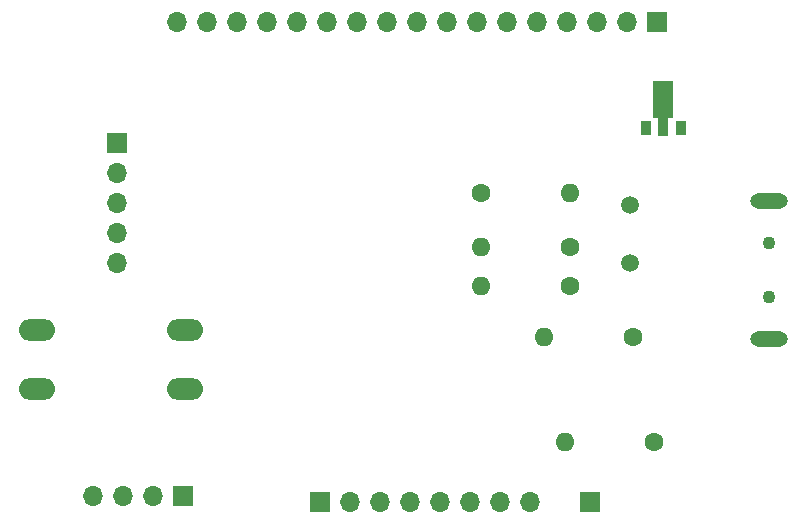
<source format=gbr>
%TF.GenerationSoftware,KiCad,Pcbnew,7.0.10*%
%TF.CreationDate,2024-03-02T18:49:49+09:00*%
%TF.ProjectId,STM32F103x8,53544d33-3246-4313-9033-78382e6b6963,rev?*%
%TF.SameCoordinates,Original*%
%TF.FileFunction,Soldermask,Bot*%
%TF.FilePolarity,Negative*%
%FSLAX46Y46*%
G04 Gerber Fmt 4.6, Leading zero omitted, Abs format (unit mm)*
G04 Created by KiCad (PCBNEW 7.0.10) date 2024-03-02 18:49:49*
%MOMM*%
%LPD*%
G01*
G04 APERTURE LIST*
G04 Aperture macros list*
%AMFreePoly0*
4,1,9,3.862500,-0.866500,0.737500,-0.866500,0.737500,-0.450000,-0.737500,-0.450000,-0.737500,0.450000,0.737500,0.450000,0.737500,0.866500,3.862500,0.866500,3.862500,-0.866500,3.862500,-0.866500,$1*%
G04 Aperture macros list end*
%ADD10R,1.700000X1.700000*%
%ADD11O,1.700000X1.700000*%
%ADD12C,1.100000*%
%ADD13O,3.200000X1.300000*%
%ADD14C,1.500000*%
%ADD15O,3.048000X1.850000*%
%ADD16C,1.600000*%
%ADD17O,1.600000X1.600000*%
%ADD18R,0.900000X1.300000*%
%ADD19FreePoly0,90.000000*%
G04 APERTURE END LIST*
D10*
%TO.C,J3*%
X167005000Y-96520000D03*
%TD*%
%TO.C,J2*%
X127000000Y-66045000D03*
D11*
X127000000Y-68585000D03*
X127000000Y-71125000D03*
X127000000Y-73665000D03*
X127000000Y-76205000D03*
%TD*%
D12*
%TO.C,J4*%
X182155000Y-74585000D03*
X182155000Y-79085000D03*
D13*
X182155000Y-70985000D03*
X182155000Y-82685000D03*
%TD*%
D14*
%TO.C,Y1*%
X170434000Y-76254000D03*
X170434000Y-71374000D03*
%TD*%
D15*
%TO.C,SW1*%
X132715000Y-86915000D03*
X120215000Y-86915000D03*
X132715000Y-81915000D03*
X120215000Y-81915000D03*
%TD*%
D16*
%TO.C,C5*%
X157794000Y-70358000D03*
D17*
X165294000Y-70358000D03*
%TD*%
D10*
%TO.C,J6*%
X144145000Y-96520000D03*
D11*
X146685000Y-96520000D03*
X149225000Y-96520000D03*
X151765000Y-96520000D03*
X154305000Y-96520000D03*
X156845000Y-96520000D03*
X159385000Y-96520000D03*
X161925000Y-96520000D03*
%TD*%
D10*
%TO.C,J5*%
X132578000Y-96012000D03*
D11*
X130038000Y-96012000D03*
X127498000Y-96012000D03*
X124958000Y-96012000D03*
%TD*%
D10*
%TO.C,J1*%
X172720000Y-55880000D03*
D11*
X170180000Y-55880000D03*
X167640000Y-55880000D03*
X165100000Y-55880000D03*
X162560000Y-55880000D03*
X160020000Y-55880000D03*
X157480000Y-55880000D03*
X154940000Y-55880000D03*
X152400000Y-55880000D03*
X149860000Y-55880000D03*
X147320000Y-55880000D03*
X144780000Y-55880000D03*
X142240000Y-55880000D03*
X139700000Y-55880000D03*
X137160000Y-55880000D03*
X134620000Y-55880000D03*
X132080000Y-55880000D03*
%TD*%
D16*
%TO.C,C3*%
X165294000Y-74930000D03*
D17*
X157794000Y-74930000D03*
%TD*%
D16*
%TO.C,C2*%
X170628000Y-82550000D03*
D17*
X163128000Y-82550000D03*
%TD*%
D16*
%TO.C,C4*%
X165294000Y-78232000D03*
D17*
X157794000Y-78232000D03*
%TD*%
D16*
%TO.C,C1*%
X172406000Y-91440000D03*
D17*
X164906000Y-91440000D03*
%TD*%
D18*
%TO.C,U2*%
X174728000Y-64815000D03*
D19*
X173228000Y-64727500D03*
D18*
X171728000Y-64815000D03*
%TD*%
M02*

</source>
